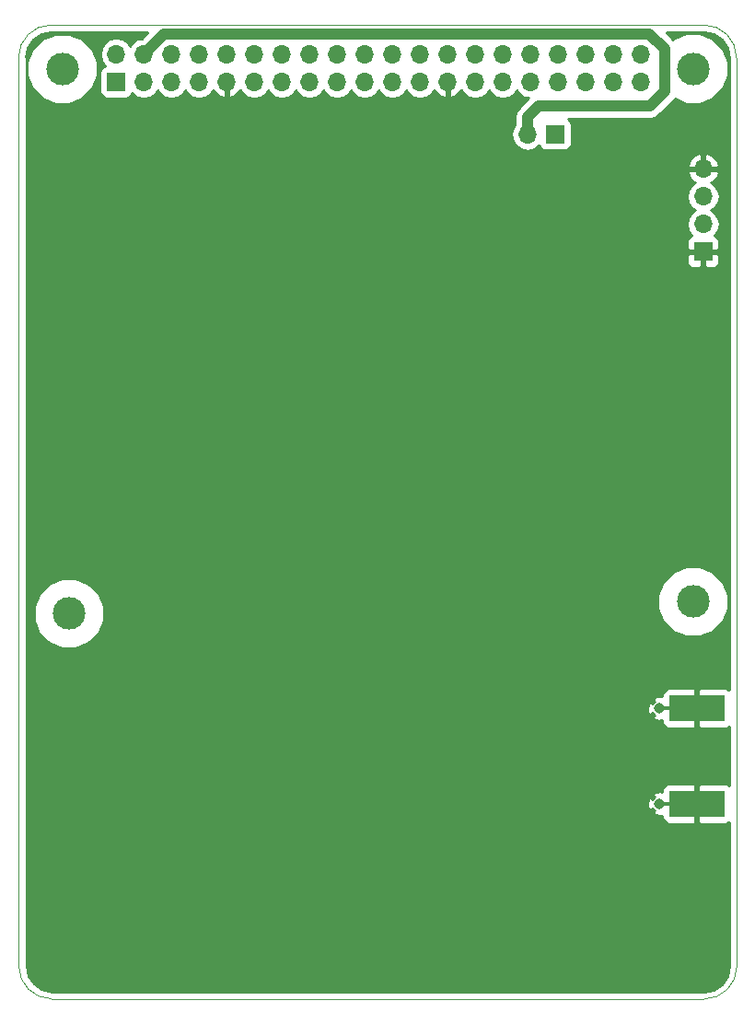
<source format=gbr>
G04 #@! TF.FileFunction,Copper,L2,Bot,Signal*
%FSLAX46Y46*%
G04 Gerber Fmt 4.6, Leading zero omitted, Abs format (unit mm)*
G04 Created by KiCad (PCBNEW 4.0.7-e2-6376~61~ubuntu18.04.1) date Fri Sep  6 21:57:16 2019*
%MOMM*%
%LPD*%
G01*
G04 APERTURE LIST*
%ADD10C,0.100000*%
%ADD11C,3.000000*%
%ADD12R,5.080000X2.420000*%
%ADD13C,0.970000*%
%ADD14R,0.890000X0.460000*%
%ADD15R,1.700000X1.700000*%
%ADD16O,1.700000X1.700000*%
%ADD17C,1.016000*%
%ADD18C,0.400000*%
%ADD19C,0.800000*%
%ADD20C,1.057580*%
%ADD21C,0.254000*%
G04 APERTURE END LIST*
D10*
X77030356Y-63317600D02*
X77030356Y-146750000D01*
X77004956Y-63292211D02*
G75*
G02X80004956Y-60292211I3000000J0D01*
G01*
X140030356Y-60317611D02*
X80030356Y-60317611D01*
X140030356Y-60292211D02*
G75*
G02X143030356Y-63292211I0J-3000000D01*
G01*
X143030356Y-63317600D02*
X143030356Y-146750000D01*
X80030356Y-149829611D02*
G75*
G02X77030356Y-146829611I0J3000000D01*
G01*
X80000000Y-149829611D02*
X140000000Y-149829611D01*
X143055751Y-146860247D02*
G75*
G02X140055756Y-149855011I-2999995J5236D01*
G01*
D11*
X139014000Y-113310000D03*
X139014000Y-113310000D03*
X139039400Y-64313400D03*
X81024000Y-64323400D03*
X81633600Y-114386800D03*
X81633600Y-114386800D03*
X81633600Y-114386800D03*
X81633600Y-114386800D03*
D12*
X139388000Y-131888000D03*
X139388000Y-123128000D03*
D13*
X135948000Y-131888000D03*
X135948000Y-123128000D03*
D14*
X136398000Y-131888000D03*
X136398000Y-123128000D03*
D15*
X139954000Y-81153000D03*
D16*
X139954000Y-78613000D03*
X139954000Y-76073000D03*
X139954000Y-73533000D03*
D15*
X85979000Y-65532000D03*
D16*
X85979000Y-62992000D03*
X88519000Y-65532000D03*
X88519000Y-62992000D03*
X91059000Y-65532000D03*
X91059000Y-62992000D03*
X93599000Y-65532000D03*
X93599000Y-62992000D03*
X96139000Y-65532000D03*
X96139000Y-62992000D03*
X98679000Y-65532000D03*
X98679000Y-62992000D03*
X101219000Y-65532000D03*
X101219000Y-62992000D03*
X103759000Y-65532000D03*
X103759000Y-62992000D03*
X106299000Y-65532000D03*
X106299000Y-62992000D03*
X108839000Y-65532000D03*
X108839000Y-62992000D03*
X111379000Y-65532000D03*
X111379000Y-62992000D03*
X113919000Y-65532000D03*
X113919000Y-62992000D03*
X116459000Y-65532000D03*
X116459000Y-62992000D03*
X118999000Y-65532000D03*
X118999000Y-62992000D03*
X121539000Y-65532000D03*
X121539000Y-62992000D03*
X124079000Y-65532000D03*
X124079000Y-62992000D03*
X126619000Y-65532000D03*
X126619000Y-62992000D03*
X129159000Y-65532000D03*
X129159000Y-62992000D03*
X131699000Y-65532000D03*
X131699000Y-62992000D03*
X134239000Y-65532000D03*
X134239000Y-62992000D03*
D15*
X126339600Y-70332600D03*
D16*
X123799600Y-70332600D03*
D17*
X123139200Y-144780000D03*
X124663200Y-144780000D03*
X119583200Y-144780000D03*
X118059200Y-144780000D03*
X118059200Y-132080000D03*
X119583200Y-132080000D03*
X114503200Y-132080000D03*
X112979200Y-132080000D03*
X109423200Y-132080000D03*
X107899200Y-132080000D03*
X112979200Y-144780000D03*
X114503200Y-144780000D03*
X116281200Y-139065000D03*
X116281200Y-137795000D03*
X118821200Y-137795000D03*
X118821200Y-139065000D03*
X121361200Y-139065000D03*
X121361200Y-137795000D03*
X123901200Y-137795000D03*
X123901200Y-139065000D03*
X113741200Y-137795000D03*
X113741200Y-139065000D03*
X111201200Y-139065000D03*
X111201200Y-137795000D03*
X108661200Y-137795000D03*
X108661200Y-139065000D03*
D18*
X120472200Y-71526400D03*
X132664200Y-73660000D03*
X136347200Y-73482200D03*
X129311400Y-87680800D03*
X129184400Y-83210400D03*
X129184400Y-78841600D03*
X134950200Y-97739200D03*
X123596400Y-97840800D03*
X128524000Y-103149400D03*
X123444000Y-147751800D03*
X114452400Y-147802600D03*
X80187800Y-141706600D03*
X79806800Y-132943600D03*
X79857600Y-121818400D03*
X79578200Y-106070400D03*
X79400400Y-94335600D03*
X79349600Y-82092800D03*
X78968600Y-67995800D03*
X105562400Y-67716400D03*
X137134600Y-81153000D03*
X121488200Y-76327000D03*
X120472200Y-67640200D03*
X141935200Y-77216000D03*
X139192000Y-70789800D03*
X128524000Y-95834200D03*
X128549400Y-98035800D03*
X123774200Y-78460600D03*
X123718000Y-83642200D03*
X134670800Y-95554800D03*
X134721600Y-83693000D03*
X131622800Y-143764000D03*
X131622800Y-138303000D03*
X131622800Y-132461000D03*
X118414800Y-126111000D03*
X124129800Y-122428000D03*
X132257800Y-122809000D03*
X100253800Y-143510000D03*
X100380800Y-138176000D03*
X100380800Y-126746000D03*
X89331800Y-141478000D03*
X89331800Y-132588000D03*
X89204800Y-123571000D03*
X89458800Y-72186800D03*
X89458800Y-79730600D03*
X89687400Y-88595200D03*
X89611200Y-96494600D03*
X89128600Y-108864400D03*
X89103200Y-115671600D03*
X110794800Y-125628400D03*
X107061000Y-125476000D03*
X101752400Y-115544600D03*
X99999800Y-117297200D03*
X99974400Y-113741200D03*
X100253800Y-115544600D03*
X99974400Y-96113600D03*
X116459000Y-67564000D03*
X99974400Y-69646800D03*
X99949000Y-79705200D03*
X99974400Y-88722200D03*
X99847400Y-104216200D03*
X98881000Y-115493800D03*
D19*
X137134600Y-81153000D02*
X137134600Y-81127600D01*
X120472200Y-67640200D02*
X120472200Y-67614800D01*
X128524000Y-98018600D02*
X128532200Y-98018600D01*
X128532200Y-98018600D02*
X128549400Y-98035800D01*
X123718000Y-83642200D02*
X123723400Y-83642200D01*
X134721600Y-83693000D02*
X134670800Y-83693000D01*
X98881000Y-115493800D02*
X98856800Y-115493800D01*
D20*
X88519000Y-62992000D02*
X88519000Y-62966600D01*
X88519000Y-62966600D02*
X90373200Y-61112400D01*
X123799600Y-68783200D02*
X123799600Y-70332600D01*
X124815600Y-67767200D02*
X123799600Y-68783200D01*
X135051800Y-67767200D02*
X124815600Y-67767200D01*
X136423400Y-66395600D02*
X135051800Y-67767200D01*
X136423400Y-62509400D02*
X136423400Y-66395600D01*
X135026400Y-61112400D02*
X136423400Y-62509400D01*
X90373200Y-61112400D02*
X124231400Y-61112400D01*
X124231400Y-61112400D02*
X135026400Y-61112400D01*
D21*
G36*
X80030356Y-61002611D02*
X88837141Y-61002611D01*
X88322823Y-61516929D01*
X87950715Y-61590946D01*
X87468946Y-61912853D01*
X87249000Y-62242026D01*
X87029054Y-61912853D01*
X86547285Y-61590946D01*
X85979000Y-61477907D01*
X85410715Y-61590946D01*
X84928946Y-61912853D01*
X84607039Y-62394622D01*
X84494000Y-62962907D01*
X84494000Y-63021093D01*
X84607039Y-63589378D01*
X84928946Y-64071147D01*
X84930179Y-64071971D01*
X84893683Y-64078838D01*
X84677559Y-64217910D01*
X84532569Y-64430110D01*
X84481560Y-64682000D01*
X84481560Y-66382000D01*
X84525838Y-66617317D01*
X84664910Y-66833441D01*
X84877110Y-66978431D01*
X85129000Y-67029440D01*
X86829000Y-67029440D01*
X87064317Y-66985162D01*
X87280441Y-66846090D01*
X87425431Y-66633890D01*
X87439086Y-66566459D01*
X87468946Y-66611147D01*
X87950715Y-66933054D01*
X88519000Y-67046093D01*
X89087285Y-66933054D01*
X89569054Y-66611147D01*
X89789000Y-66281974D01*
X90008946Y-66611147D01*
X90490715Y-66933054D01*
X91059000Y-67046093D01*
X91627285Y-66933054D01*
X92109054Y-66611147D01*
X92329000Y-66281974D01*
X92548946Y-66611147D01*
X93030715Y-66933054D01*
X93599000Y-67046093D01*
X94167285Y-66933054D01*
X94649054Y-66611147D01*
X94876702Y-66270447D01*
X94943817Y-66413358D01*
X95372076Y-66803645D01*
X95782110Y-66973476D01*
X96012000Y-66852155D01*
X96012000Y-65659000D01*
X95992000Y-65659000D01*
X95992000Y-65405000D01*
X96012000Y-65405000D01*
X96012000Y-65385000D01*
X96266000Y-65385000D01*
X96266000Y-65405000D01*
X96286000Y-65405000D01*
X96286000Y-65659000D01*
X96266000Y-65659000D01*
X96266000Y-66852155D01*
X96495890Y-66973476D01*
X96905924Y-66803645D01*
X97334183Y-66413358D01*
X97401298Y-66270447D01*
X97628946Y-66611147D01*
X98110715Y-66933054D01*
X98679000Y-67046093D01*
X99247285Y-66933054D01*
X99729054Y-66611147D01*
X99949000Y-66281974D01*
X100168946Y-66611147D01*
X100650715Y-66933054D01*
X101219000Y-67046093D01*
X101787285Y-66933054D01*
X102269054Y-66611147D01*
X102489000Y-66281974D01*
X102708946Y-66611147D01*
X103190715Y-66933054D01*
X103759000Y-67046093D01*
X104327285Y-66933054D01*
X104809054Y-66611147D01*
X105029000Y-66281974D01*
X105248946Y-66611147D01*
X105730715Y-66933054D01*
X106299000Y-67046093D01*
X106867285Y-66933054D01*
X107349054Y-66611147D01*
X107569000Y-66281974D01*
X107788946Y-66611147D01*
X108270715Y-66933054D01*
X108839000Y-67046093D01*
X109407285Y-66933054D01*
X109889054Y-66611147D01*
X110109000Y-66281974D01*
X110328946Y-66611147D01*
X110810715Y-66933054D01*
X111379000Y-67046093D01*
X111947285Y-66933054D01*
X112429054Y-66611147D01*
X112649000Y-66281974D01*
X112868946Y-66611147D01*
X113350715Y-66933054D01*
X113919000Y-67046093D01*
X114487285Y-66933054D01*
X114969054Y-66611147D01*
X115196702Y-66270447D01*
X115263817Y-66413358D01*
X115692076Y-66803645D01*
X116102110Y-66973476D01*
X116332000Y-66852155D01*
X116332000Y-65659000D01*
X116312000Y-65659000D01*
X116312000Y-65405000D01*
X116332000Y-65405000D01*
X116332000Y-65385000D01*
X116586000Y-65385000D01*
X116586000Y-65405000D01*
X116606000Y-65405000D01*
X116606000Y-65659000D01*
X116586000Y-65659000D01*
X116586000Y-66852155D01*
X116815890Y-66973476D01*
X117225924Y-66803645D01*
X117654183Y-66413358D01*
X117721298Y-66270447D01*
X117948946Y-66611147D01*
X118430715Y-66933054D01*
X118999000Y-67046093D01*
X119567285Y-66933054D01*
X120049054Y-66611147D01*
X120269000Y-66281974D01*
X120488946Y-66611147D01*
X120970715Y-66933054D01*
X121539000Y-67046093D01*
X122107285Y-66933054D01*
X122589054Y-66611147D01*
X122809000Y-66281974D01*
X123028946Y-66611147D01*
X123510715Y-66933054D01*
X123922074Y-67014878D01*
X122976676Y-67960276D01*
X122724398Y-68337837D01*
X122635810Y-68783200D01*
X122635810Y-69423671D01*
X122427639Y-69735222D01*
X122314600Y-70303507D01*
X122314600Y-70361693D01*
X122427639Y-70929978D01*
X122749546Y-71411747D01*
X123231315Y-71733654D01*
X123799600Y-71846693D01*
X124367885Y-71733654D01*
X124849654Y-71411747D01*
X124877450Y-71370148D01*
X124886438Y-71417917D01*
X125025510Y-71634041D01*
X125237710Y-71779031D01*
X125489600Y-71830040D01*
X127189600Y-71830040D01*
X127424917Y-71785762D01*
X127641041Y-71646690D01*
X127786031Y-71434490D01*
X127837040Y-71182600D01*
X127837040Y-69482600D01*
X127792762Y-69247283D01*
X127653690Y-69031159D01*
X127507088Y-68930990D01*
X135051800Y-68930990D01*
X135497163Y-68842402D01*
X135874724Y-68590124D01*
X137246324Y-67218524D01*
X137327675Y-67096774D01*
X138394694Y-67539839D01*
X139678474Y-67540959D01*
X140864961Y-67050713D01*
X141773523Y-66143736D01*
X142265839Y-64958106D01*
X142266959Y-63674326D01*
X141776713Y-62487839D01*
X140869736Y-61579277D01*
X139684106Y-61086961D01*
X138400326Y-61085841D01*
X137213839Y-61576087D01*
X137174853Y-61615005D01*
X136562459Y-61002611D01*
X140030356Y-61002611D01*
X140060470Y-60996621D01*
X140911133Y-61165828D01*
X141657819Y-61664748D01*
X142156739Y-62411436D01*
X142345356Y-63359678D01*
X142345356Y-121437331D01*
X142287698Y-121379673D01*
X142054309Y-121283000D01*
X139673750Y-121283000D01*
X139515000Y-121441750D01*
X139515000Y-123001000D01*
X139535000Y-123001000D01*
X139535000Y-123255000D01*
X139515000Y-123255000D01*
X139515000Y-124814250D01*
X139673750Y-124973000D01*
X142054309Y-124973000D01*
X142287698Y-124876327D01*
X142345356Y-124818669D01*
X142345356Y-130197331D01*
X142287698Y-130139673D01*
X142054309Y-130043000D01*
X139673750Y-130043000D01*
X139515000Y-130201750D01*
X139515000Y-131761000D01*
X139535000Y-131761000D01*
X139535000Y-132015000D01*
X139515000Y-132015000D01*
X139515000Y-133574250D01*
X139673750Y-133733000D01*
X142054309Y-133733000D01*
X142287698Y-133636327D01*
X142345356Y-133578669D01*
X142345356Y-146750000D01*
X142362210Y-146834728D01*
X142180597Y-147739498D01*
X141680376Y-148485311D01*
X140932561Y-148983100D01*
X140058302Y-149156208D01*
X140000000Y-149144611D01*
X80097823Y-149144611D01*
X79149581Y-148955994D01*
X78402893Y-148457074D01*
X77903973Y-147710388D01*
X77714148Y-146756072D01*
X77715356Y-146750000D01*
X77715356Y-131746564D01*
X134814851Y-131746564D01*
X134846982Y-132190968D01*
X134955232Y-132452308D01*
X135168800Y-132487595D01*
X135345557Y-132310838D01*
X135414673Y-132477699D01*
X135476290Y-132539315D01*
X135348405Y-132667200D01*
X135383692Y-132880768D01*
X135806564Y-133021149D01*
X136213000Y-132991763D01*
X136213000Y-133224310D01*
X136309673Y-133457699D01*
X136488302Y-133636327D01*
X136721691Y-133733000D01*
X139102250Y-133733000D01*
X139261000Y-133574250D01*
X139261000Y-132015000D01*
X139241000Y-132015000D01*
X139241000Y-131761000D01*
X139261000Y-131761000D01*
X139261000Y-130201750D01*
X139102250Y-130043000D01*
X136721691Y-130043000D01*
X136488302Y-130139673D01*
X136309673Y-130318301D01*
X136213000Y-130551690D01*
X136213000Y-130795871D01*
X136089436Y-130754851D01*
X135645032Y-130786982D01*
X135383692Y-130895232D01*
X135348405Y-131108800D01*
X135476290Y-131236685D01*
X135414673Y-131298301D01*
X135345557Y-131465162D01*
X135168800Y-131288405D01*
X134955232Y-131323692D01*
X134814851Y-131746564D01*
X77715356Y-131746564D01*
X77715356Y-122986564D01*
X134814851Y-122986564D01*
X134846982Y-123430968D01*
X134955232Y-123692308D01*
X135168800Y-123727595D01*
X135345557Y-123550838D01*
X135414673Y-123717699D01*
X135476290Y-123779315D01*
X135348405Y-123907200D01*
X135383692Y-124120768D01*
X135806564Y-124261149D01*
X136213000Y-124231763D01*
X136213000Y-124464310D01*
X136309673Y-124697699D01*
X136488302Y-124876327D01*
X136721691Y-124973000D01*
X139102250Y-124973000D01*
X139261000Y-124814250D01*
X139261000Y-123255000D01*
X139241000Y-123255000D01*
X139241000Y-123001000D01*
X139261000Y-123001000D01*
X139261000Y-121441750D01*
X139102250Y-121283000D01*
X136721691Y-121283000D01*
X136488302Y-121379673D01*
X136309673Y-121558301D01*
X136213000Y-121791690D01*
X136213000Y-122035871D01*
X136089436Y-121994851D01*
X135645032Y-122026982D01*
X135383692Y-122135232D01*
X135348405Y-122348800D01*
X135476290Y-122476685D01*
X135414673Y-122538301D01*
X135345557Y-122705162D01*
X135168800Y-122528405D01*
X134955232Y-122563692D01*
X134814851Y-122986564D01*
X77715356Y-122986564D01*
X77715356Y-115025874D01*
X78406041Y-115025874D01*
X78896287Y-116212361D01*
X79803264Y-117120923D01*
X80988894Y-117613239D01*
X82272674Y-117614359D01*
X83459161Y-117124113D01*
X84367723Y-116217136D01*
X84860039Y-115031506D01*
X84860983Y-113949074D01*
X135786441Y-113949074D01*
X136276687Y-115135561D01*
X137183664Y-116044123D01*
X138369294Y-116536439D01*
X139653074Y-116537559D01*
X140839561Y-116047313D01*
X141748123Y-115140336D01*
X142240439Y-113954706D01*
X142241559Y-112670926D01*
X141751313Y-111484439D01*
X140844336Y-110575877D01*
X139658706Y-110083561D01*
X138374926Y-110082441D01*
X137188439Y-110572687D01*
X136279877Y-111479664D01*
X135787561Y-112665294D01*
X135786441Y-113949074D01*
X84860983Y-113949074D01*
X84861159Y-113747726D01*
X84370913Y-112561239D01*
X83463936Y-111652677D01*
X82278306Y-111160361D01*
X80994526Y-111159241D01*
X79808039Y-111649487D01*
X78899477Y-112556464D01*
X78407161Y-113742094D01*
X78406041Y-115025874D01*
X77715356Y-115025874D01*
X77715356Y-81438750D01*
X138469000Y-81438750D01*
X138469000Y-82129310D01*
X138565673Y-82362699D01*
X138744302Y-82541327D01*
X138977691Y-82638000D01*
X139668250Y-82638000D01*
X139827000Y-82479250D01*
X139827000Y-81280000D01*
X140081000Y-81280000D01*
X140081000Y-82479250D01*
X140239750Y-82638000D01*
X140930309Y-82638000D01*
X141163698Y-82541327D01*
X141342327Y-82362699D01*
X141439000Y-82129310D01*
X141439000Y-81438750D01*
X141280250Y-81280000D01*
X140081000Y-81280000D01*
X139827000Y-81280000D01*
X138627750Y-81280000D01*
X138469000Y-81438750D01*
X77715356Y-81438750D01*
X77715356Y-76073000D01*
X138439907Y-76073000D01*
X138552946Y-76641285D01*
X138874853Y-77123054D01*
X139204026Y-77343000D01*
X138874853Y-77562946D01*
X138552946Y-78044715D01*
X138439907Y-78613000D01*
X138552946Y-79181285D01*
X138874853Y-79663054D01*
X138918777Y-79692403D01*
X138744302Y-79764673D01*
X138565673Y-79943301D01*
X138469000Y-80176690D01*
X138469000Y-80867250D01*
X138627750Y-81026000D01*
X139827000Y-81026000D01*
X139827000Y-81006000D01*
X140081000Y-81006000D01*
X140081000Y-81026000D01*
X141280250Y-81026000D01*
X141439000Y-80867250D01*
X141439000Y-80176690D01*
X141342327Y-79943301D01*
X141163698Y-79764673D01*
X140989223Y-79692403D01*
X141033147Y-79663054D01*
X141355054Y-79181285D01*
X141468093Y-78613000D01*
X141355054Y-78044715D01*
X141033147Y-77562946D01*
X140703974Y-77343000D01*
X141033147Y-77123054D01*
X141355054Y-76641285D01*
X141468093Y-76073000D01*
X141355054Y-75504715D01*
X141033147Y-75022946D01*
X140692447Y-74795298D01*
X140835358Y-74728183D01*
X141225645Y-74299924D01*
X141395476Y-73889890D01*
X141274155Y-73660000D01*
X140081000Y-73660000D01*
X140081000Y-73680000D01*
X139827000Y-73680000D01*
X139827000Y-73660000D01*
X138633845Y-73660000D01*
X138512524Y-73889890D01*
X138682355Y-74299924D01*
X139072642Y-74728183D01*
X139215553Y-74795298D01*
X138874853Y-75022946D01*
X138552946Y-75504715D01*
X138439907Y-76073000D01*
X77715356Y-76073000D01*
X77715356Y-73176110D01*
X138512524Y-73176110D01*
X138633845Y-73406000D01*
X139827000Y-73406000D01*
X139827000Y-72212181D01*
X140081000Y-72212181D01*
X140081000Y-73406000D01*
X141274155Y-73406000D01*
X141395476Y-73176110D01*
X141225645Y-72766076D01*
X140835358Y-72337817D01*
X140310892Y-72091514D01*
X140081000Y-72212181D01*
X139827000Y-72212181D01*
X139597108Y-72091514D01*
X139072642Y-72337817D01*
X138682355Y-72766076D01*
X138512524Y-73176110D01*
X77715356Y-73176110D01*
X77715356Y-64962474D01*
X77796441Y-64962474D01*
X78286687Y-66148961D01*
X79193664Y-67057523D01*
X80379294Y-67549839D01*
X81663074Y-67550959D01*
X82849561Y-67060713D01*
X83758123Y-66153736D01*
X84250439Y-64968106D01*
X84251559Y-63684326D01*
X83761313Y-62497839D01*
X82854336Y-61589277D01*
X81668706Y-61096961D01*
X80384926Y-61095841D01*
X79198439Y-61586087D01*
X78289877Y-62493064D01*
X77797561Y-63678694D01*
X77796441Y-64962474D01*
X77715356Y-64962474D01*
X77715356Y-63317600D01*
X77706841Y-63274792D01*
X77878573Y-62411434D01*
X78377493Y-61664748D01*
X79124181Y-61165828D01*
X79987542Y-60994095D01*
X80030356Y-61002611D01*
X80030356Y-61002611D01*
G37*
X80030356Y-61002611D02*
X88837141Y-61002611D01*
X88322823Y-61516929D01*
X87950715Y-61590946D01*
X87468946Y-61912853D01*
X87249000Y-62242026D01*
X87029054Y-61912853D01*
X86547285Y-61590946D01*
X85979000Y-61477907D01*
X85410715Y-61590946D01*
X84928946Y-61912853D01*
X84607039Y-62394622D01*
X84494000Y-62962907D01*
X84494000Y-63021093D01*
X84607039Y-63589378D01*
X84928946Y-64071147D01*
X84930179Y-64071971D01*
X84893683Y-64078838D01*
X84677559Y-64217910D01*
X84532569Y-64430110D01*
X84481560Y-64682000D01*
X84481560Y-66382000D01*
X84525838Y-66617317D01*
X84664910Y-66833441D01*
X84877110Y-66978431D01*
X85129000Y-67029440D01*
X86829000Y-67029440D01*
X87064317Y-66985162D01*
X87280441Y-66846090D01*
X87425431Y-66633890D01*
X87439086Y-66566459D01*
X87468946Y-66611147D01*
X87950715Y-66933054D01*
X88519000Y-67046093D01*
X89087285Y-66933054D01*
X89569054Y-66611147D01*
X89789000Y-66281974D01*
X90008946Y-66611147D01*
X90490715Y-66933054D01*
X91059000Y-67046093D01*
X91627285Y-66933054D01*
X92109054Y-66611147D01*
X92329000Y-66281974D01*
X92548946Y-66611147D01*
X93030715Y-66933054D01*
X93599000Y-67046093D01*
X94167285Y-66933054D01*
X94649054Y-66611147D01*
X94876702Y-66270447D01*
X94943817Y-66413358D01*
X95372076Y-66803645D01*
X95782110Y-66973476D01*
X96012000Y-66852155D01*
X96012000Y-65659000D01*
X95992000Y-65659000D01*
X95992000Y-65405000D01*
X96012000Y-65405000D01*
X96012000Y-65385000D01*
X96266000Y-65385000D01*
X96266000Y-65405000D01*
X96286000Y-65405000D01*
X96286000Y-65659000D01*
X96266000Y-65659000D01*
X96266000Y-66852155D01*
X96495890Y-66973476D01*
X96905924Y-66803645D01*
X97334183Y-66413358D01*
X97401298Y-66270447D01*
X97628946Y-66611147D01*
X98110715Y-66933054D01*
X98679000Y-67046093D01*
X99247285Y-66933054D01*
X99729054Y-66611147D01*
X99949000Y-66281974D01*
X100168946Y-66611147D01*
X100650715Y-66933054D01*
X101219000Y-67046093D01*
X101787285Y-66933054D01*
X102269054Y-66611147D01*
X102489000Y-66281974D01*
X102708946Y-66611147D01*
X103190715Y-66933054D01*
X103759000Y-67046093D01*
X104327285Y-66933054D01*
X104809054Y-66611147D01*
X105029000Y-66281974D01*
X105248946Y-66611147D01*
X105730715Y-66933054D01*
X106299000Y-67046093D01*
X106867285Y-66933054D01*
X107349054Y-66611147D01*
X107569000Y-66281974D01*
X107788946Y-66611147D01*
X108270715Y-66933054D01*
X108839000Y-67046093D01*
X109407285Y-66933054D01*
X109889054Y-66611147D01*
X110109000Y-66281974D01*
X110328946Y-66611147D01*
X110810715Y-66933054D01*
X111379000Y-67046093D01*
X111947285Y-66933054D01*
X112429054Y-66611147D01*
X112649000Y-66281974D01*
X112868946Y-66611147D01*
X113350715Y-66933054D01*
X113919000Y-67046093D01*
X114487285Y-66933054D01*
X114969054Y-66611147D01*
X115196702Y-66270447D01*
X115263817Y-66413358D01*
X115692076Y-66803645D01*
X116102110Y-66973476D01*
X116332000Y-66852155D01*
X116332000Y-65659000D01*
X116312000Y-65659000D01*
X116312000Y-65405000D01*
X116332000Y-65405000D01*
X116332000Y-65385000D01*
X116586000Y-65385000D01*
X116586000Y-65405000D01*
X116606000Y-65405000D01*
X116606000Y-65659000D01*
X116586000Y-65659000D01*
X116586000Y-66852155D01*
X116815890Y-66973476D01*
X117225924Y-66803645D01*
X117654183Y-66413358D01*
X117721298Y-66270447D01*
X117948946Y-66611147D01*
X118430715Y-66933054D01*
X118999000Y-67046093D01*
X119567285Y-66933054D01*
X120049054Y-66611147D01*
X120269000Y-66281974D01*
X120488946Y-66611147D01*
X120970715Y-66933054D01*
X121539000Y-67046093D01*
X122107285Y-66933054D01*
X122589054Y-66611147D01*
X122809000Y-66281974D01*
X123028946Y-66611147D01*
X123510715Y-66933054D01*
X123922074Y-67014878D01*
X122976676Y-67960276D01*
X122724398Y-68337837D01*
X122635810Y-68783200D01*
X122635810Y-69423671D01*
X122427639Y-69735222D01*
X122314600Y-70303507D01*
X122314600Y-70361693D01*
X122427639Y-70929978D01*
X122749546Y-71411747D01*
X123231315Y-71733654D01*
X123799600Y-71846693D01*
X124367885Y-71733654D01*
X124849654Y-71411747D01*
X124877450Y-71370148D01*
X124886438Y-71417917D01*
X125025510Y-71634041D01*
X125237710Y-71779031D01*
X125489600Y-71830040D01*
X127189600Y-71830040D01*
X127424917Y-71785762D01*
X127641041Y-71646690D01*
X127786031Y-71434490D01*
X127837040Y-71182600D01*
X127837040Y-69482600D01*
X127792762Y-69247283D01*
X127653690Y-69031159D01*
X127507088Y-68930990D01*
X135051800Y-68930990D01*
X135497163Y-68842402D01*
X135874724Y-68590124D01*
X137246324Y-67218524D01*
X137327675Y-67096774D01*
X138394694Y-67539839D01*
X139678474Y-67540959D01*
X140864961Y-67050713D01*
X141773523Y-66143736D01*
X142265839Y-64958106D01*
X142266959Y-63674326D01*
X141776713Y-62487839D01*
X140869736Y-61579277D01*
X139684106Y-61086961D01*
X138400326Y-61085841D01*
X137213839Y-61576087D01*
X137174853Y-61615005D01*
X136562459Y-61002611D01*
X140030356Y-61002611D01*
X140060470Y-60996621D01*
X140911133Y-61165828D01*
X141657819Y-61664748D01*
X142156739Y-62411436D01*
X142345356Y-63359678D01*
X142345356Y-121437331D01*
X142287698Y-121379673D01*
X142054309Y-121283000D01*
X139673750Y-121283000D01*
X139515000Y-121441750D01*
X139515000Y-123001000D01*
X139535000Y-123001000D01*
X139535000Y-123255000D01*
X139515000Y-123255000D01*
X139515000Y-124814250D01*
X139673750Y-124973000D01*
X142054309Y-124973000D01*
X142287698Y-124876327D01*
X142345356Y-124818669D01*
X142345356Y-130197331D01*
X142287698Y-130139673D01*
X142054309Y-130043000D01*
X139673750Y-130043000D01*
X139515000Y-130201750D01*
X139515000Y-131761000D01*
X139535000Y-131761000D01*
X139535000Y-132015000D01*
X139515000Y-132015000D01*
X139515000Y-133574250D01*
X139673750Y-133733000D01*
X142054309Y-133733000D01*
X142287698Y-133636327D01*
X142345356Y-133578669D01*
X142345356Y-146750000D01*
X142362210Y-146834728D01*
X142180597Y-147739498D01*
X141680376Y-148485311D01*
X140932561Y-148983100D01*
X140058302Y-149156208D01*
X140000000Y-149144611D01*
X80097823Y-149144611D01*
X79149581Y-148955994D01*
X78402893Y-148457074D01*
X77903973Y-147710388D01*
X77714148Y-146756072D01*
X77715356Y-146750000D01*
X77715356Y-131746564D01*
X134814851Y-131746564D01*
X134846982Y-132190968D01*
X134955232Y-132452308D01*
X135168800Y-132487595D01*
X135345557Y-132310838D01*
X135414673Y-132477699D01*
X135476290Y-132539315D01*
X135348405Y-132667200D01*
X135383692Y-132880768D01*
X135806564Y-133021149D01*
X136213000Y-132991763D01*
X136213000Y-133224310D01*
X136309673Y-133457699D01*
X136488302Y-133636327D01*
X136721691Y-133733000D01*
X139102250Y-133733000D01*
X139261000Y-133574250D01*
X139261000Y-132015000D01*
X139241000Y-132015000D01*
X139241000Y-131761000D01*
X139261000Y-131761000D01*
X139261000Y-130201750D01*
X139102250Y-130043000D01*
X136721691Y-130043000D01*
X136488302Y-130139673D01*
X136309673Y-130318301D01*
X136213000Y-130551690D01*
X136213000Y-130795871D01*
X136089436Y-130754851D01*
X135645032Y-130786982D01*
X135383692Y-130895232D01*
X135348405Y-131108800D01*
X135476290Y-131236685D01*
X135414673Y-131298301D01*
X135345557Y-131465162D01*
X135168800Y-131288405D01*
X134955232Y-131323692D01*
X134814851Y-131746564D01*
X77715356Y-131746564D01*
X77715356Y-122986564D01*
X134814851Y-122986564D01*
X134846982Y-123430968D01*
X134955232Y-123692308D01*
X135168800Y-123727595D01*
X135345557Y-123550838D01*
X135414673Y-123717699D01*
X135476290Y-123779315D01*
X135348405Y-123907200D01*
X135383692Y-124120768D01*
X135806564Y-124261149D01*
X136213000Y-124231763D01*
X136213000Y-124464310D01*
X136309673Y-124697699D01*
X136488302Y-124876327D01*
X136721691Y-124973000D01*
X139102250Y-124973000D01*
X139261000Y-124814250D01*
X139261000Y-123255000D01*
X139241000Y-123255000D01*
X139241000Y-123001000D01*
X139261000Y-123001000D01*
X139261000Y-121441750D01*
X139102250Y-121283000D01*
X136721691Y-121283000D01*
X136488302Y-121379673D01*
X136309673Y-121558301D01*
X136213000Y-121791690D01*
X136213000Y-122035871D01*
X136089436Y-121994851D01*
X135645032Y-122026982D01*
X135383692Y-122135232D01*
X135348405Y-122348800D01*
X135476290Y-122476685D01*
X135414673Y-122538301D01*
X135345557Y-122705162D01*
X135168800Y-122528405D01*
X134955232Y-122563692D01*
X134814851Y-122986564D01*
X77715356Y-122986564D01*
X77715356Y-115025874D01*
X78406041Y-115025874D01*
X78896287Y-116212361D01*
X79803264Y-117120923D01*
X80988894Y-117613239D01*
X82272674Y-117614359D01*
X83459161Y-117124113D01*
X84367723Y-116217136D01*
X84860039Y-115031506D01*
X84860983Y-113949074D01*
X135786441Y-113949074D01*
X136276687Y-115135561D01*
X137183664Y-116044123D01*
X138369294Y-116536439D01*
X139653074Y-116537559D01*
X140839561Y-116047313D01*
X141748123Y-115140336D01*
X142240439Y-113954706D01*
X142241559Y-112670926D01*
X141751313Y-111484439D01*
X140844336Y-110575877D01*
X139658706Y-110083561D01*
X138374926Y-110082441D01*
X137188439Y-110572687D01*
X136279877Y-111479664D01*
X135787561Y-112665294D01*
X135786441Y-113949074D01*
X84860983Y-113949074D01*
X84861159Y-113747726D01*
X84370913Y-112561239D01*
X83463936Y-111652677D01*
X82278306Y-111160361D01*
X80994526Y-111159241D01*
X79808039Y-111649487D01*
X78899477Y-112556464D01*
X78407161Y-113742094D01*
X78406041Y-115025874D01*
X77715356Y-115025874D01*
X77715356Y-81438750D01*
X138469000Y-81438750D01*
X138469000Y-82129310D01*
X138565673Y-82362699D01*
X138744302Y-82541327D01*
X138977691Y-82638000D01*
X139668250Y-82638000D01*
X139827000Y-82479250D01*
X139827000Y-81280000D01*
X140081000Y-81280000D01*
X140081000Y-82479250D01*
X140239750Y-82638000D01*
X140930309Y-82638000D01*
X141163698Y-82541327D01*
X141342327Y-82362699D01*
X141439000Y-82129310D01*
X141439000Y-81438750D01*
X141280250Y-81280000D01*
X140081000Y-81280000D01*
X139827000Y-81280000D01*
X138627750Y-81280000D01*
X138469000Y-81438750D01*
X77715356Y-81438750D01*
X77715356Y-76073000D01*
X138439907Y-76073000D01*
X138552946Y-76641285D01*
X138874853Y-77123054D01*
X139204026Y-77343000D01*
X138874853Y-77562946D01*
X138552946Y-78044715D01*
X138439907Y-78613000D01*
X138552946Y-79181285D01*
X138874853Y-79663054D01*
X138918777Y-79692403D01*
X138744302Y-79764673D01*
X138565673Y-79943301D01*
X138469000Y-80176690D01*
X138469000Y-80867250D01*
X138627750Y-81026000D01*
X139827000Y-81026000D01*
X139827000Y-81006000D01*
X140081000Y-81006000D01*
X140081000Y-81026000D01*
X141280250Y-81026000D01*
X141439000Y-80867250D01*
X141439000Y-80176690D01*
X141342327Y-79943301D01*
X141163698Y-79764673D01*
X140989223Y-79692403D01*
X141033147Y-79663054D01*
X141355054Y-79181285D01*
X141468093Y-78613000D01*
X141355054Y-78044715D01*
X141033147Y-77562946D01*
X140703974Y-77343000D01*
X141033147Y-77123054D01*
X141355054Y-76641285D01*
X141468093Y-76073000D01*
X141355054Y-75504715D01*
X141033147Y-75022946D01*
X140692447Y-74795298D01*
X140835358Y-74728183D01*
X141225645Y-74299924D01*
X141395476Y-73889890D01*
X141274155Y-73660000D01*
X140081000Y-73660000D01*
X140081000Y-73680000D01*
X139827000Y-73680000D01*
X139827000Y-73660000D01*
X138633845Y-73660000D01*
X138512524Y-73889890D01*
X138682355Y-74299924D01*
X139072642Y-74728183D01*
X139215553Y-74795298D01*
X138874853Y-75022946D01*
X138552946Y-75504715D01*
X138439907Y-76073000D01*
X77715356Y-76073000D01*
X77715356Y-73176110D01*
X138512524Y-73176110D01*
X138633845Y-73406000D01*
X139827000Y-73406000D01*
X139827000Y-72212181D01*
X140081000Y-72212181D01*
X140081000Y-73406000D01*
X141274155Y-73406000D01*
X141395476Y-73176110D01*
X141225645Y-72766076D01*
X140835358Y-72337817D01*
X140310892Y-72091514D01*
X140081000Y-72212181D01*
X139827000Y-72212181D01*
X139597108Y-72091514D01*
X139072642Y-72337817D01*
X138682355Y-72766076D01*
X138512524Y-73176110D01*
X77715356Y-73176110D01*
X77715356Y-64962474D01*
X77796441Y-64962474D01*
X78286687Y-66148961D01*
X79193664Y-67057523D01*
X80379294Y-67549839D01*
X81663074Y-67550959D01*
X82849561Y-67060713D01*
X83758123Y-66153736D01*
X84250439Y-64968106D01*
X84251559Y-63684326D01*
X83761313Y-62497839D01*
X82854336Y-61589277D01*
X81668706Y-61096961D01*
X80384926Y-61095841D01*
X79198439Y-61586087D01*
X78289877Y-62493064D01*
X77797561Y-63678694D01*
X77796441Y-64962474D01*
X77715356Y-64962474D01*
X77715356Y-63317600D01*
X77706841Y-63274792D01*
X77878573Y-62411434D01*
X78377493Y-61664748D01*
X79124181Y-61165828D01*
X79987542Y-60994095D01*
X80030356Y-61002611D01*
G36*
X134366000Y-65405000D02*
X134386000Y-65405000D01*
X134386000Y-65659000D01*
X134366000Y-65659000D01*
X134366000Y-65679000D01*
X134112000Y-65679000D01*
X134112000Y-65659000D01*
X134092000Y-65659000D01*
X134092000Y-65405000D01*
X134112000Y-65405000D01*
X134112000Y-65385000D01*
X134366000Y-65385000D01*
X134366000Y-65405000D01*
X134366000Y-65405000D01*
G37*
X134366000Y-65405000D02*
X134386000Y-65405000D01*
X134386000Y-65659000D01*
X134366000Y-65659000D01*
X134366000Y-65679000D01*
X134112000Y-65679000D01*
X134112000Y-65659000D01*
X134092000Y-65659000D01*
X134092000Y-65405000D01*
X134112000Y-65405000D01*
X134112000Y-65385000D01*
X134366000Y-65385000D01*
X134366000Y-65405000D01*
G36*
X91186000Y-62865000D02*
X91206000Y-62865000D01*
X91206000Y-63119000D01*
X91186000Y-63119000D01*
X91186000Y-63139000D01*
X90932000Y-63139000D01*
X90932000Y-63119000D01*
X90912000Y-63119000D01*
X90912000Y-62865000D01*
X90932000Y-62865000D01*
X90932000Y-62845000D01*
X91186000Y-62845000D01*
X91186000Y-62865000D01*
X91186000Y-62865000D01*
G37*
X91186000Y-62865000D02*
X91206000Y-62865000D01*
X91206000Y-63119000D01*
X91186000Y-63119000D01*
X91186000Y-63139000D01*
X90932000Y-63139000D01*
X90932000Y-63119000D01*
X90912000Y-63119000D01*
X90912000Y-62865000D01*
X90932000Y-62865000D01*
X90932000Y-62845000D01*
X91186000Y-62845000D01*
X91186000Y-62865000D01*
G36*
X126746000Y-62865000D02*
X126766000Y-62865000D01*
X126766000Y-63119000D01*
X126746000Y-63119000D01*
X126746000Y-63139000D01*
X126492000Y-63139000D01*
X126492000Y-63119000D01*
X126472000Y-63119000D01*
X126472000Y-62865000D01*
X126492000Y-62865000D01*
X126492000Y-62845000D01*
X126746000Y-62845000D01*
X126746000Y-62865000D01*
X126746000Y-62865000D01*
G37*
X126746000Y-62865000D02*
X126766000Y-62865000D01*
X126766000Y-63119000D01*
X126746000Y-63119000D01*
X126746000Y-63139000D01*
X126492000Y-63139000D01*
X126492000Y-63119000D01*
X126472000Y-63119000D01*
X126472000Y-62865000D01*
X126492000Y-62865000D01*
X126492000Y-62845000D01*
X126746000Y-62845000D01*
X126746000Y-62865000D01*
G36*
X121666000Y-62865000D02*
X121686000Y-62865000D01*
X121686000Y-63119000D01*
X121666000Y-63119000D01*
X121666000Y-63139000D01*
X121412000Y-63139000D01*
X121412000Y-63119000D01*
X121392000Y-63119000D01*
X121392000Y-62865000D01*
X121412000Y-62865000D01*
X121412000Y-62845000D01*
X121666000Y-62845000D01*
X121666000Y-62865000D01*
X121666000Y-62865000D01*
G37*
X121666000Y-62865000D02*
X121686000Y-62865000D01*
X121686000Y-63119000D01*
X121666000Y-63119000D01*
X121666000Y-63139000D01*
X121412000Y-63139000D01*
X121412000Y-63119000D01*
X121392000Y-63119000D01*
X121392000Y-62865000D01*
X121412000Y-62865000D01*
X121412000Y-62845000D01*
X121666000Y-62845000D01*
X121666000Y-62865000D01*
G36*
X108966000Y-62865000D02*
X108986000Y-62865000D01*
X108986000Y-63119000D01*
X108966000Y-63119000D01*
X108966000Y-63139000D01*
X108712000Y-63139000D01*
X108712000Y-63119000D01*
X108692000Y-63119000D01*
X108692000Y-62865000D01*
X108712000Y-62865000D01*
X108712000Y-62845000D01*
X108966000Y-62845000D01*
X108966000Y-62865000D01*
X108966000Y-62865000D01*
G37*
X108966000Y-62865000D02*
X108986000Y-62865000D01*
X108986000Y-63119000D01*
X108966000Y-63119000D01*
X108966000Y-63139000D01*
X108712000Y-63139000D01*
X108712000Y-63119000D01*
X108692000Y-63119000D01*
X108692000Y-62865000D01*
X108712000Y-62865000D01*
X108712000Y-62845000D01*
X108966000Y-62845000D01*
X108966000Y-62865000D01*
G36*
X101346000Y-62865000D02*
X101366000Y-62865000D01*
X101366000Y-63119000D01*
X101346000Y-63119000D01*
X101346000Y-63139000D01*
X101092000Y-63139000D01*
X101092000Y-63119000D01*
X101072000Y-63119000D01*
X101072000Y-62865000D01*
X101092000Y-62865000D01*
X101092000Y-62845000D01*
X101346000Y-62845000D01*
X101346000Y-62865000D01*
X101346000Y-62865000D01*
G37*
X101346000Y-62865000D02*
X101366000Y-62865000D01*
X101366000Y-63119000D01*
X101346000Y-63119000D01*
X101346000Y-63139000D01*
X101092000Y-63139000D01*
X101092000Y-63119000D01*
X101072000Y-63119000D01*
X101072000Y-62865000D01*
X101092000Y-62865000D01*
X101092000Y-62845000D01*
X101346000Y-62845000D01*
X101346000Y-62865000D01*
M02*

</source>
